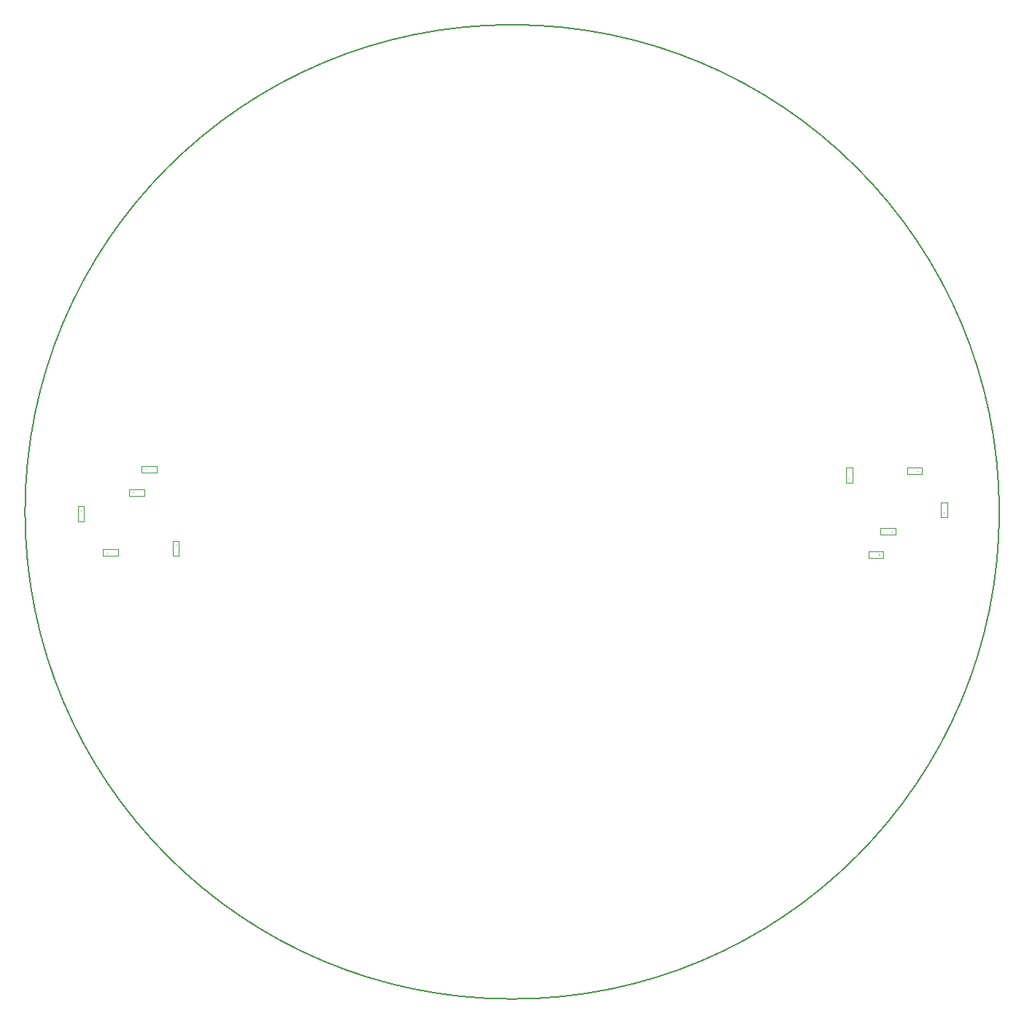
<source format=gm1>
G04 #@! TF.GenerationSoftware,KiCad,Pcbnew,(5.0.2)-1*
G04 #@! TF.CreationDate,2019-02-20T13:19:55+00:00*
G04 #@! TF.ProjectId,SplitAudio,53706c69-7441-4756-9469-6f2e6b696361,rev?*
G04 #@! TF.SameCoordinates,Original*
G04 #@! TF.FileFunction,Profile,NP*
%FSLAX46Y46*%
G04 Gerber Fmt 4.6, Leading zero omitted, Abs format (unit mm)*
G04 Created by KiCad (PCBNEW (5.0.2)-1) date 20/02/2019 13:19:55*
%MOMM*%
%LPD*%
G01*
G04 APERTURE LIST*
%ADD10C,0.150000*%
G04 #@! TA.AperFunction,NonConductor*
%ADD11C,0.100000*%
G04 #@! TD*
G04 APERTURE END LIST*
D10*
X205740001Y-71755000D02*
G75*
G03X205740001Y-71755000I-56547098J0D01*
G01*
D11*
G04 #@! TO.C,J1*
X199280000Y-71885000D02*
X199290000Y-71885000D01*
X199685000Y-72380000D02*
X199685000Y-70630000D01*
X199685000Y-70630000D02*
X198935000Y-70630000D01*
X198935000Y-70630000D02*
X198935000Y-72380000D01*
X199685000Y-72380000D02*
X198935000Y-72380000D01*
X196290000Y-67035000D02*
X196290000Y-67025000D01*
X196785000Y-66630000D02*
X195035000Y-66630000D01*
X195035000Y-66630000D02*
X195035000Y-67380000D01*
X195035000Y-67380000D02*
X196785000Y-67380000D01*
X196785000Y-66630000D02*
X196785000Y-67380000D01*
X193190000Y-74035000D02*
X193190000Y-74025000D01*
X193685000Y-73630000D02*
X191935000Y-73630000D01*
X191935000Y-73630000D02*
X191935000Y-74380000D01*
X191935000Y-74380000D02*
X193685000Y-74380000D01*
X193685000Y-73630000D02*
X193685000Y-74380000D01*
X191790000Y-76735000D02*
X191790000Y-76725000D01*
X192285000Y-76330000D02*
X190535000Y-76330000D01*
X190535000Y-76330000D02*
X190535000Y-77080000D01*
X190535000Y-77080000D02*
X192285000Y-77080000D01*
X192285000Y-76330000D02*
X192285000Y-77080000D01*
X188280000Y-67885000D02*
X188290000Y-67885000D01*
X188685000Y-68380000D02*
X188685000Y-66630000D01*
X188685000Y-66630000D02*
X187935000Y-66630000D01*
X187935000Y-66630000D02*
X187935000Y-68380000D01*
X188685000Y-68380000D02*
X187935000Y-68380000D01*
G04 #@! TO.C,J2*
X109765000Y-75130000D02*
X110515000Y-75130000D01*
X110515000Y-76880000D02*
X110515000Y-75130000D01*
X109765000Y-76880000D02*
X110515000Y-76880000D01*
X109765000Y-75130000D02*
X109765000Y-76880000D01*
X110170000Y-75625000D02*
X110160000Y-75625000D01*
X106165000Y-67180000D02*
X106165000Y-66430000D01*
X107915000Y-66430000D02*
X106165000Y-66430000D01*
X107915000Y-67180000D02*
X107915000Y-66430000D01*
X106165000Y-67180000D02*
X107915000Y-67180000D01*
X106660000Y-66775000D02*
X106660000Y-66785000D01*
X104765000Y-69880000D02*
X104765000Y-69130000D01*
X106515000Y-69130000D02*
X104765000Y-69130000D01*
X106515000Y-69880000D02*
X106515000Y-69130000D01*
X104765000Y-69880000D02*
X106515000Y-69880000D01*
X105260000Y-69475000D02*
X105260000Y-69485000D01*
X101665000Y-76880000D02*
X101665000Y-76130000D01*
X103415000Y-76130000D02*
X101665000Y-76130000D01*
X103415000Y-76880000D02*
X103415000Y-76130000D01*
X101665000Y-76880000D02*
X103415000Y-76880000D01*
X102160000Y-76475000D02*
X102160000Y-76485000D01*
X98765000Y-71130000D02*
X99515000Y-71130000D01*
X99515000Y-72880000D02*
X99515000Y-71130000D01*
X98765000Y-72880000D02*
X99515000Y-72880000D01*
X98765000Y-71130000D02*
X98765000Y-72880000D01*
X99170000Y-71625000D02*
X99160000Y-71625000D01*
G04 #@! TD*
M02*

</source>
